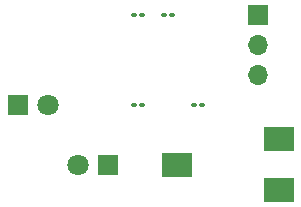
<source format=gbr>
%TF.GenerationSoftware,KiCad,Pcbnew,7.0.7*%
%TF.CreationDate,2023-08-26T23:34:30+05:30*%
%TF.ProjectId,ir_project,69725f70-726f-46a6-9563-742e6b696361,rev?*%
%TF.SameCoordinates,Original*%
%TF.FileFunction,Soldermask,Top*%
%TF.FilePolarity,Negative*%
%FSLAX46Y46*%
G04 Gerber Fmt 4.6, Leading zero omitted, Abs format (unit mm)*
G04 Created by KiCad (PCBNEW 7.0.7) date 2023-08-26 23:34:30*
%MOMM*%
%LPD*%
G01*
G04 APERTURE LIST*
G04 Aperture macros list*
%AMRoundRect*
0 Rectangle with rounded corners*
0 $1 Rounding radius*
0 $2 $3 $4 $5 $6 $7 $8 $9 X,Y pos of 4 corners*
0 Add a 4 corners polygon primitive as box body*
4,1,4,$2,$3,$4,$5,$6,$7,$8,$9,$2,$3,0*
0 Add four circle primitives for the rounded corners*
1,1,$1+$1,$2,$3*
1,1,$1+$1,$4,$5*
1,1,$1+$1,$6,$7*
1,1,$1+$1,$8,$9*
0 Add four rect primitives between the rounded corners*
20,1,$1+$1,$2,$3,$4,$5,0*
20,1,$1+$1,$4,$5,$6,$7,0*
20,1,$1+$1,$6,$7,$8,$9,0*
20,1,$1+$1,$8,$9,$2,$3,0*%
G04 Aperture macros list end*
%ADD10R,2.500000X2.000000*%
%ADD11RoundRect,0.100000X-0.130000X-0.100000X0.130000X-0.100000X0.130000X0.100000X-0.130000X0.100000X0*%
%ADD12R,1.700000X1.700000*%
%ADD13O,1.700000X1.700000*%
%ADD14RoundRect,0.100000X0.130000X0.100000X-0.130000X0.100000X-0.130000X-0.100000X0.130000X-0.100000X0*%
%ADD15R,1.800000X1.800000*%
%ADD16C,1.800000*%
G04 APERTURE END LIST*
D10*
%TO.C,POT*%
X166885000Y-91050000D03*
X158235000Y-88900000D03*
X166885000Y-86750000D03*
%TD*%
D11*
%TO.C,R3*%
X155260000Y-76200000D03*
X154620000Y-76200000D03*
%TD*%
%TO.C,R2*%
X160340000Y-83820000D03*
X159700000Y-83820000D03*
%TD*%
%TO.C,R1*%
X155260000Y-83820000D03*
X154620000Y-83820000D03*
%TD*%
D12*
%TO.C,J1*%
X165100000Y-76200000D03*
D13*
X165100000Y-78740000D03*
X165100000Y-81280000D03*
%TD*%
D14*
%TO.C,D3*%
X157800000Y-76200000D03*
X157160000Y-76200000D03*
%TD*%
D15*
%TO.C,D2*%
X152400000Y-88900000D03*
D16*
X149860000Y-88900000D03*
%TD*%
D15*
%TO.C,D1*%
X144780000Y-83820000D03*
D16*
X147320000Y-83820000D03*
%TD*%
M02*

</source>
